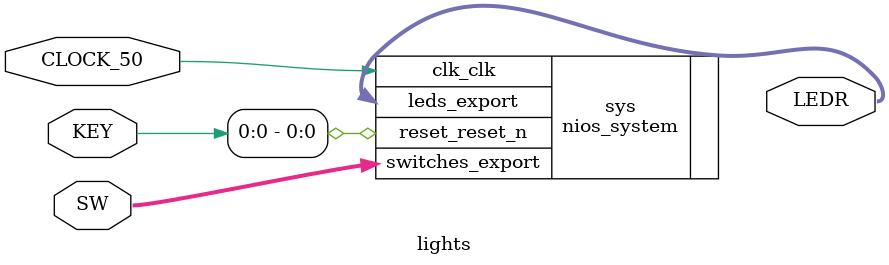
<source format=sv>
module lights (input logic CLOCK_50, input logic [3:0] KEY,
             input logic [9:0] SW, output logic [9:0] LEDR);

	nios_system sys(
		.clk_clk(CLOCK_50),
		.reset_reset_n(KEY[0]),
		.switches_export(SW),
		.leds_export(LEDR)
	);

endmodule: lights
</source>
